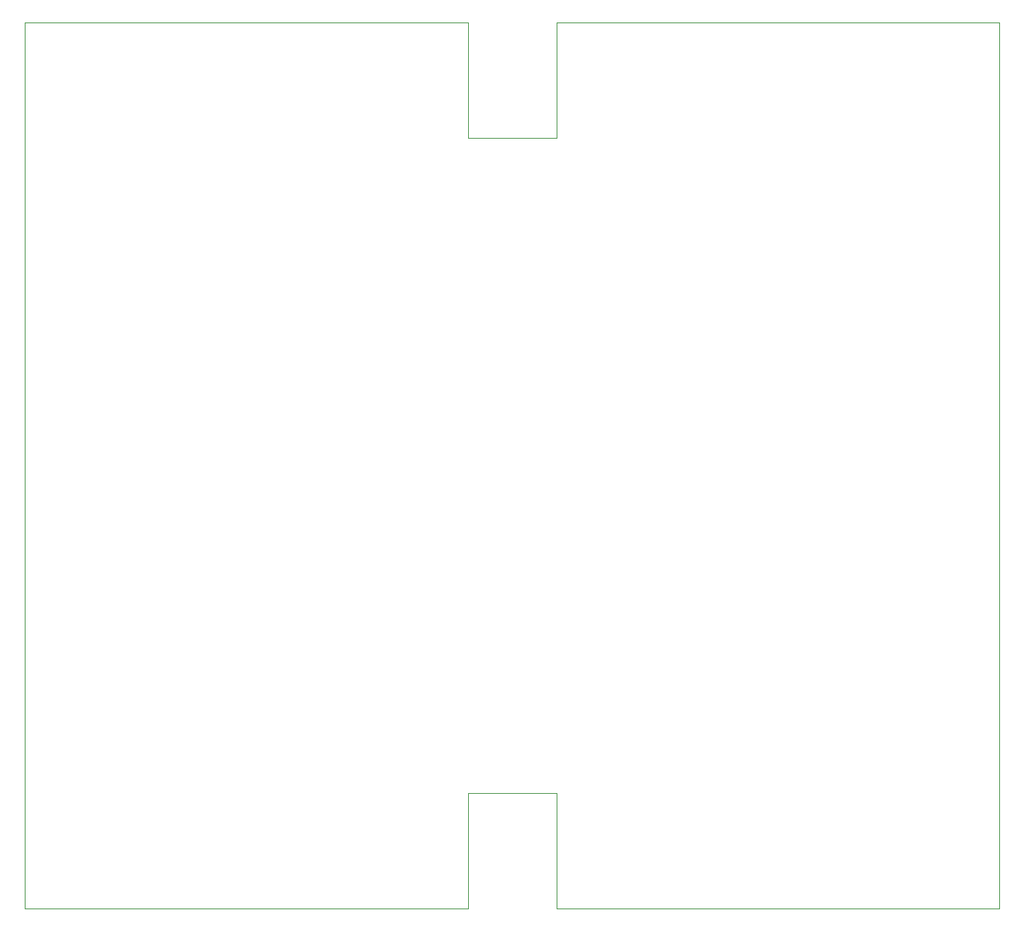
<source format=gbr>
%TF.GenerationSoftware,KiCad,Pcbnew,5.1.6-c6e7f7d~86~ubuntu18.04.1*%
%TF.CreationDate,2020-06-14T11:54:17-05:00*%
%TF.ProjectId,Hydroponics,48796472-6f70-46f6-9e69-63732e6b6963,rev?*%
%TF.SameCoordinates,Original*%
%TF.FileFunction,Profile,NP*%
%FSLAX46Y46*%
G04 Gerber Fmt 4.6, Leading zero omitted, Abs format (unit mm)*
G04 Created by KiCad (PCBNEW 5.1.6-c6e7f7d~86~ubuntu18.04.1) date 2020-06-14 11:54:17*
%MOMM*%
%LPD*%
G01*
G04 APERTURE LIST*
%TA.AperFunction,Profile*%
%ADD10C,0.100000*%
%TD*%
G04 APERTURE END LIST*
D10*
X60000000Y-87000000D02*
X60000000Y-100000000D01*
X50000000Y-87000000D02*
X60000000Y-87000000D01*
X50000000Y-100025000D02*
X50000000Y-87000000D01*
X50000000Y-100025000D02*
X0Y-100000000D01*
X50000000Y0D02*
X0Y0D01*
X60000000Y-13000000D02*
X60000000Y0D01*
X50000000Y-13000000D02*
X60000000Y-13000000D01*
X50000000Y0D02*
X50000000Y-13000000D01*
X110000000Y0D02*
X110000000Y-100025000D01*
X60000000Y0D02*
X110000000Y0D01*
X0Y-100000000D02*
X0Y0D01*
X110000000Y-100025000D02*
X60000000Y-100000000D01*
M02*

</source>
